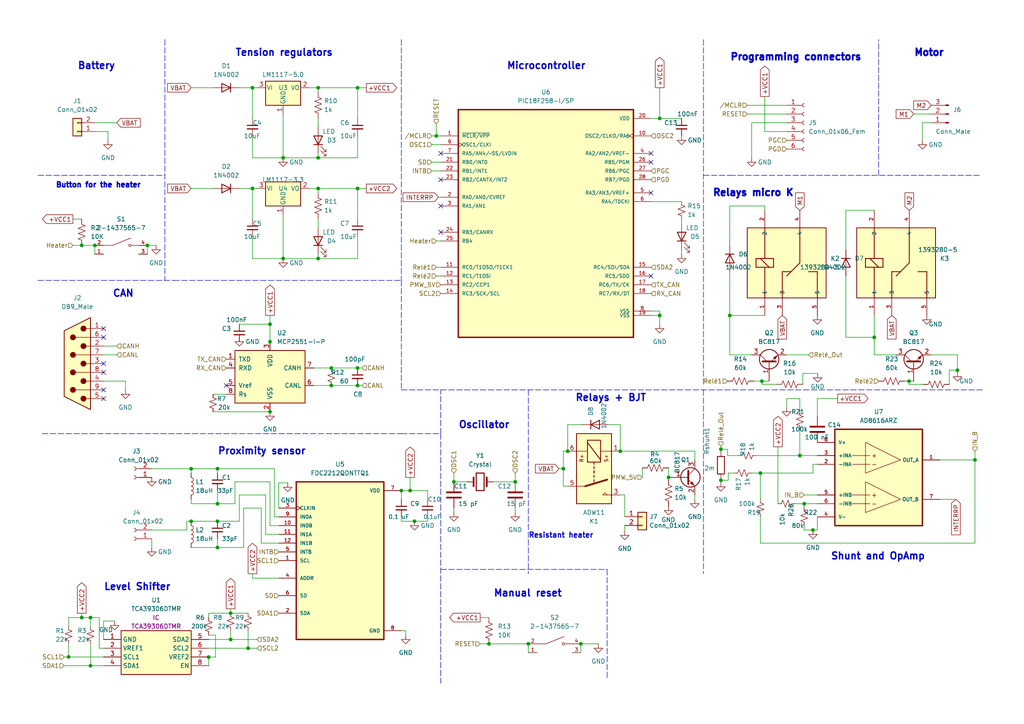
<source format=kicad_sch>
(kicad_sch (version 20211123) (generator eeschema)
  (paper "A4")
  (title_block (title "Projecte EDD: Maleter") (company "Universitat de Barcelona") (comment 1 "Bethany Quintero") (comment 2 "Jan Castillo"))
  (lib_symbols
    (symbol "BQ_library:1393280-5" (pin_names (offset 1.016))
      (property "Reference" "K" (at -10.1718 15.2577 0))
      (property "Value" "1393280-5" (at -10.1794 -15.269 0))
      (symbol "1393280-5_0_0"
        (pin passive line (at -15.24 7.62 0) (length 5.08) (name "1") (number "1"))
        (pin passive line (at 15.24 7.62 180) (length 5.08) (name "2") (number "2"))
        (pin passive line (at -15.24 2.54 0) (length 5.08) (name "3") (number "3"))
        (pin passive line (at 15.24 -2.54 180) (length 5.08) (name "4") (number "4"))
        (pin passive line (at -15.24 -7.62 0) (length 5.08) (name "5") (number "5"))
      )
    )
    (symbol "BQ_library:AD8616ARZ" (pin_names (offset 1.016))
      (property "Reference" "U6" (at 0 15.24 0))
      (property "Value" "AD8616ARZ" (at 0 12.7 0))
      (symbol "AD8616ARZ_0_0"
        (text "+" (at -1.27 -8.89 0) (effects (font (size 1.27 1.27))))
        (text "+" (at -1.27 2.54 0) (effects (font (size 1.27 1.27))))
        (text "-" (at -1.27 -11.43 0) (effects (font (size 1.27 1.27))))
        (text "-" (at -1.27 0 0) (effects (font (size 1.27 1.27))))
        (pin output line (at 17.78 1.27 180) (length 5.08) (name "OUT_A") (number "1"))
        (pin input line (at -17.78 0 0) (length 5.08) (name "-INA") (number "2"))
        (pin input line (at -17.78 2.54 0) (length 5.08) (name "+INA") (number "3"))
        (pin power_in line (at -17.78 -15.24 0) (length 5.08) (name "V-") (number "4"))
        (pin input line (at -17.78 -8.89 0) (length 5.08) (name "+INB") (number "5"))
        (pin input line (at -17.78 -11.43 0) (length 5.08) (name "-INB") (number "6"))
        (pin output line (at 17.78 -10.16 180) (length 5.08) (name "OUT_B") (number "7"))
        (pin power_in line (at -17.78 6.35 0) (length 5.08) (name "V+") (number "8"))
      )
    )
    (symbol "BQ_library:FDC2212QDNTTQ1" (pin_names (offset 1.016))
      (property "Reference" "U" (at -12.7 23.86 0))
      (property "Value" "FDC2212QDNTTQ1" (at -12.7 -26.86 0))
      (symbol "FDC2212QDNTTQ1_0_0"
        (pin input line (at -17.78 0 0) (length 5.08) (name "SCL") (number "1"))
        (pin input line (at -17.78 10.16 0) (length 5.08) (name "IN0B") (number "10"))
        (pin input line (at -17.78 7.62 0) (length 5.08) (name "IN1A") (number "11"))
        (pin input line (at -17.78 5.08 0) (length 5.08) (name "IN1B") (number "12"))
        (pin bidirectional line (at -17.78 -15.24 0) (length 5.08) (name "SDA") (number "2"))
        (pin input clock (at -17.78 15.24 0) (length 5.08) (name "CLKIN") (number "3"))
        (pin bidirectional line (at -17.78 -5.08 0) (length 5.08) (name "ADDR") (number "4"))
        (pin input line (at -17.78 2.54 0) (length 5.08) (name "INTB") (number "5"))
        (pin bidirectional line (at -17.78 -10.16 0) (length 5.08) (name "SD") (number "6"))
        (pin power_in line (at 17.78 20.32 180) (length 5.08) (name "VDD") (number "7"))
        (pin power_in line (at 17.78 -20.32 180) (length 5.08) (name "GND") (number "8"))
        (pin input line (at -17.78 12.7 0) (length 5.08) (name "IN0A") (number "9"))
      )
    )
    (symbol "BQ_library:PIC18F258-I{brace}slash}SP" (pin_names (offset 1.016))
      (property "Reference" "U5" (at 0 38.1 0))
      (property "Value" "PIC18F258-I/SP" (at 0 35.56 0))
      (symbol "PIC18F258-I{brace}slash}SP_0_0"
        (pin input line (at -30.48 25.4 0) (length 5.08) (name "~{MCLR/VPP}") (number "1"))
        (pin output clock (at 30.48 25.4 180) (length 5.08) (name "OSC2/CLKO/RA6") (number "10"))
        (pin bidirectional line (at -30.48 -12.7 0) (length 5.08) (name "RC0/T1OSO/T1CK1") (number "11"))
        (pin bidirectional line (at -30.48 -15.24 0) (length 5.08) (name "RC1/T1OSI") (number "12"))
        (pin bidirectional line (at -30.48 -17.78 0) (length 5.08) (name "RC2/CCP1") (number "13"))
        (pin bidirectional line (at -30.48 -20.32 0) (length 5.08) (name "RC3/SCK/SCL") (number "14"))
        (pin bidirectional line (at 30.48 -12.7 180) (length 5.08) (name "RC4/SDI/SDA") (number "15"))
        (pin bidirectional line (at 30.48 -15.24 180) (length 5.08) (name "RC5/SDO") (number "16"))
        (pin bidirectional line (at 30.48 -17.78 180) (length 5.08) (name "RC6/TX/CK") (number "17"))
        (pin bidirectional line (at 30.48 -20.32 180) (length 5.08) (name "RC7/RX/DT") (number "18"))
        (pin power_in line (at 30.48 -26.67 180) (length 5.08) (name "VSS") (number "19"))
        (pin bidirectional line (at -30.48 7.62 0) (length 5.08) (name "RA0/AN0/CVREF") (number "2"))
        (pin power_in line (at 30.48 30.48 180) (length 5.08) (name "VDD") (number "20"))
        (pin input line (at -30.48 17.78 0) (length 5.08) (name "RB0/INT0") (number "21"))
        (pin input line (at -30.48 15.24 0) (length 5.08) (name "RB1/INT1") (number "22"))
        (pin input line (at -30.48 12.7 0) (length 5.08) (name "RB2/CANTX/INT2") (number "23"))
        (pin bidirectional line (at -30.48 -2.54 0) (length 5.08) (name "RB3/CANRX") (number "24"))
        (pin bidirectional line (at -30.48 -5.08 0) (length 5.08) (name "RB4") (number "25"))
        (pin bidirectional line (at 30.48 17.78 180) (length 5.08) (name "RB5/PGM") (number "26"))
        (pin bidirectional line (at 30.48 15.24 180) (length 5.08) (name "RB6/PGC") (number "27"))
        (pin bidirectional line (at 30.48 12.7 180) (length 5.08) (name "RB7/PGD") (number "28"))
        (pin bidirectional line (at -30.48 5.08 0) (length 5.08) (name "RA1/AN1") (number "3"))
        (pin bidirectional line (at 30.48 20.32 180) (length 5.08) (name "RA2/AN2/VREF-") (number "4"))
        (pin bidirectional line (at 30.48 8.89 180) (length 5.08) (name "RA3/AN3/VREF+") (number "5"))
        (pin bidirectional line (at 30.48 6.35 180) (length 5.08) (name "RA4/T0CKI") (number "6"))
        (pin input line (at -30.48 20.32 0) (length 5.08) (name "RA5/AN4/~SS/LVDIN") (number "7"))
        (pin power_in line (at 30.48 -25.4 180) (length 5.08) (name "VSS") (number "8"))
        (pin input clock (at -30.48 22.86 0) (length 5.08) (name "OSC1/CLKI") (number "9"))
      )
    )
    (symbol "BQ_library:TCA39306DTMR"
      (property "Value" "TCA39306DTMR" (at 0 0 0))
      (property "Reference_1" "IC" (at 26.67 7.62 0))
      (property "Value_1" "TCA39306DTMR" (at 26.67 5.08 0))
      (symbol "TCA39306DTMR_1_1"
        (pin passive line (at 0 0 0) (length 5.08) (name "GND") (number "1"))
        (pin passive line (at 0 -2.54 0) (length 5.08) (name "VREF1") (number "2"))
        (pin passive line (at 0 -5.08 0) (length 5.08) (name "SCL1") (number "3"))
        (pin passive line (at 0 -7.62 0) (length 5.08) (name "SDA1") (number "4"))
        (pin passive line (at 30.48 0 180) (length 5.08) (name "SDA2") (number "5"))
        (pin passive line (at 30.48 -2.54 180) (length 5.08) (name "SCL2") (number "6"))
        (pin passive line (at 30.48 -5.08 180) (length 5.08) (name "VREF2") (number "7"))
        (pin passive line (at 30.48 -7.62 180) (length 5.08) (name "EN") (number "8"))
      )
    )
    (symbol "Connector:Conn_01x02_Female" (pin_names (offset 1.016) hide)
      (property "Reference" "J" (at 0 2.54 0))
      (property "Value" "Conn_01x02_Female" (at 0 -5.08 0))
      (symbol "Conn_01x02_Female_1_1"
        (pin passive line (at -5.08 0 0) (length 3.81) (name "Pin_1") (number "1"))
        (pin passive line (at -5.08 -2.54 0) (length 3.81) (name "Pin_2") (number "2"))
      )
    )
    (symbol "Connector:Conn_01x03_Male" (pin_names (offset 1.016) hide)
      (property "Reference" "J" (at 0 5.08 0))
      (property "Value" "Conn_01x03_Male" (at 0 -5.08 0))
      (symbol "Conn_01x03_Male_1_1"
        (pin passive line (at 5.08 2.54 180) (length 3.81) (name "Pin_1") (number "1"))
        (pin passive line (at 5.08 0 180) (length 3.81) (name "Pin_2") (number "2"))
        (pin passive line (at 5.08 -2.54 180) (length 3.81) (name "Pin_3") (number "3"))
      )
    )
    (symbol "Connector:Conn_01x06_Female" (pin_names (offset 1.016) hide)
      (property "Reference" "J" (at 0 7.62 0))
      (property "Value" "Conn_01x06_Female" (at 0 -10.16 0))
      (symbol "Conn_01x06_Female_1_1"
        (pin passive line (at -5.08 5.08 0) (length 3.81) (name "Pin_1") (number "1"))
        (pin passive line (at -5.08 2.54 0) (length 3.81) (name "Pin_2") (number "2"))
        (pin passive line (at -5.08 0 0) (length 3.81) (name "Pin_3") (number "3"))
        (pin passive line (at -5.08 -2.54 0) (length 3.81) (name "Pin_4") (number "4"))
        (pin passive line (at -5.08 -5.08 0) (length 3.81) (name "Pin_5") (number "5"))
        (pin passive line (at -5.08 -7.62 0) (length 3.81) (name "Pin_6") (number "6"))
      )
    )
    (symbol "Connector:DB9_Male" (pin_names (offset 1.016) hide)
      (property "Reference" "J" (at 0 13.97 0))
      (property "Value" "DB9_Male" (at 0 -14.605 0))
      (symbol "DB9_Male_1_1"
        (pin passive line (at -7.62 -10.16 0) (length 3.81) (name "1") (number "1"))
        (pin passive line (at -7.62 -5.08 0) (length 3.81) (name "2") (number "2"))
        (pin passive line (at -7.62 0 0) (length 3.81) (name "3") (number "3"))
        (pin passive line (at -7.62 5.08 0) (length 3.81) (name "4") (number "4"))
        (pin passive line (at -7.62 10.16 0) (length 3.81) (name "5") (number "5"))
        (pin passive line (at -7.62 -7.62 0) (length 3.81) (name "6") (number "6"))
        (pin passive line (at -7.62 -2.54 0) (length 3.81) (name "7") (number "7"))
        (pin passive line (at -7.62 2.54 0) (length 3.81) (name "8") (number "8"))
        (pin passive line (at -7.62 7.62 0) (length 3.81) (name "9") (number "9"))
      )
    )
    (symbol "Connector_Generic:Conn_01x02" (pin_names (offset 1.016) hide)
      (property "Reference" "J" (at 0 2.54 0))
      (property "Value" "Conn_01x02" (at 0 -5.08 0))
      (symbol "Conn_01x02_1_1"
        (pin passive line (at -5.08 0 0) (length 3.81) (name "Pin_1") (number "1"))
        (pin passive line (at -5.08 -2.54 0) (length 3.81) (name "Pin_2") (number "2"))
      )
    )
    (symbol "Device:C" (pin_numbers hide) (pin_names (offset 0.254))
      (property "Reference" "C" (at 0.635 2.54 0))
      (property "Value" "C" (at 0.635 -2.54 0))
      (symbol "C_1_1"
        (pin passive line (at 0 3.81 270) (length 2.794) (name "~") (number "1"))
        (pin passive line (at 0 -3.81 90) (length 2.794) (name "~") (number "2"))
      )
    )
    (symbol "Device:C_Small" (pin_numbers hide) (pin_names (offset 0.254) hide)
      (property "Reference" "C" (at 0.254 1.778 0))
      (property "Value" "C_Small" (at 0.254 -2.032 0))
      (symbol "C_Small_1_1"
        (pin passive line (at 0 2.54 270) (length 2.032) (name "~") (number "1"))
        (pin passive line (at 0 -2.54 90) (length 2.032) (name "~") (number "2"))
      )
    )
    (symbol "Device:Crystal" (pin_numbers hide) (pin_names (offset 1.016) hide)
      (property "Reference" "Y" (at 0 3.81 0))
      (property "Value" "Crystal" (at 0 -3.81 0))
      (symbol "Crystal_1_1"
        (pin passive line (at -3.81 0 0) (length 1.27) (name "1") (number "1"))
        (pin passive line (at 3.81 0 180) (length 1.27) (name "2") (number "2"))
      )
    )
    (symbol "Device:L" (pin_numbers hide) (pin_names (offset 1.016) hide)
      (property "Reference" "L" (at -1.27 0 90))
      (property "Value" "L" (at 1.905 0 90))
      (symbol "L_1_1"
        (pin passive line (at 0 3.81 270) (length 1.27) (name "1") (number "1"))
        (pin passive line (at 0 -3.81 90) (length 1.27) (name "2") (number "2"))
      )
    )
    (symbol "Device:LED" (pin_numbers hide) (pin_names (offset 1.016) hide)
      (property "Reference" "D" (at 0 2.54 0))
      (property "Value" "LED" (at 0 -2.54 0))
      (symbol "LED_1_1"
        (pin passive line (at -3.81 0 0) (length 2.54) (name "K") (number "1"))
        (pin passive line (at 3.81 0 180) (length 2.54) (name "A") (number "2"))
      )
    )
    (symbol "Device:R" (pin_numbers hide) (pin_names (offset 0))
      (property "Reference" "R" (at 2.032 0 90))
      (property "Value" "R" (at 0 0 90))
      (symbol "R_1_1"
        (pin passive line (at 0 3.81 270) (length 1.27) (name "~") (number "1"))
        (pin passive line (at 0 -3.81 90) (length 1.27) (name "~") (number "2"))
      )
    )
    (symbol "Device:R_Small_US" (pin_numbers hide) (pin_names (offset 0.254) hide)
      (property "Reference" "R" (at 0.762 0.508 0))
      (property "Value" "R_Small_US" (at 0.762 -1.016 0))
      (symbol "R_Small_US_1_1"
        (pin passive line (at 0 2.54 270) (length 1.016) (name "~") (number "1"))
        (pin passive line (at 0 -2.54 90) (length 1.016) (name "~") (number "2"))
      )
    )
    (symbol "Device:R_US" (pin_numbers hide) (pin_names (offset 0))
      (property "Reference" "R" (at 2.54 0 90))
      (property "Value" "R_US" (at -2.54 0 90))
      (symbol "R_US_1_1"
        (pin passive line (at 0 3.81 270) (length 1.27) (name "~") (number "1"))
        (pin passive line (at 0 -3.81 90) (length 1.27) (name "~") (number "2"))
      )
    )
    (symbol "Diode:1N4002" (pin_numbers hide) (pin_names (offset 1.016) hide)
      (property "Reference" "D" (at 0 2.54 0))
      (property "Value" "1N4002" (at 0 -2.54 0))
      (symbol "1N4002_1_1"
        (pin passive line (at -3.81 0 0) (length 2.54) (name "K") (number "1"))
        (pin passive line (at 3.81 0 180) (length 2.54) (name "A") (number "2"))
      )
    )
    (symbol "GND_1" (power) (pin_names (offset 0))
      (property "Value" "GND_1" (at 0 -3.81 0))
      (symbol "GND_1_1_1"
        (pin power_in line (at 0 0 270) (length 0) hide (name "GND") (number "1"))
      )
    )
    (symbol "GND_2" (power) (pin_names (offset 0))
      (property "Value" "GND_2" (at 0 -3.81 0))
      (symbol "GND_2_1_1"
        (pin power_in line (at 0 0 270) (length 0) hide (name "GND") (number "1"))
      )
    )
    (symbol "GND_3" (power) (pin_names (offset 0))
      (property "Value" "GND_3" (at 0 -3.81 0))
      (symbol "GND_3_1_1"
        (pin power_in line (at 0 0 270) (length 0) hide (name "GND") (number "1"))
      )
    )
    (symbol "GND_4" (power) (pin_names (offset 0))
      (property "Value" "GND_4" (at 0 -3.81 0))
      (symbol "GND_4_1_1"
        (pin power_in line (at 0 0 270) (length 0) hide (name "GND") (number "1"))
      )
    )
    (symbol "GND_5" (power) (pin_names (offset 0))
      (property "Value" "GND_5" (at 0 -3.81 0))
      (symbol "GND_5_1_1"
        (pin power_in line (at 0 0 270) (length 0) hide (name "GND") (number "1"))
      )
    )
    (symbol "Interface_CAN_LIN:MCP2551-I-P" (pin_names (offset 1.016))
      (property "Reference" "U" (at -10.16 8.89 0))
      (property "Value" "MCP2551-I-P" (at 2.54 8.89 0))
      (symbol "MCP2551-I-P_1_1"
        (pin input line (at -12.7 5.08 0) (length 2.54) (name "TXD") (number "1"))
        (pin power_in line (at 0 -10.16 90) (length 2.54) (name "VSS") (number "2"))
        (pin power_in line (at 0 10.16 270) (length 2.54) (name "VDD") (number "3"))
        (pin output line (at -12.7 2.54 0) (length 2.54) (name "RXD") (number "4"))
        (pin power_out line (at -12.7 -2.54 0) (length 2.54) (name "Vref") (number "5"))
        (pin bidirectional line (at 12.7 -2.54 180) (length 2.54) (name "CANL") (number "6"))
        (pin bidirectional line (at 12.7 2.54 180) (length 2.54) (name "CANH") (number "7"))
        (pin input line (at -12.7 -5.08 0) (length 2.54) (name "Rs") (number "8"))
      )
    )
    (symbol "Llibreria_Prac3:2-1437565-7" (pin_names (offset 1.016))
      (property "Reference" "S" (at -2.54 2.54 0))
      (property "Value" "2-1437565-7" (at -2.54 -2.54 0))
      (symbol "2-1437565-7_0_0"
        (pin passive line (at -7.62 -2.54 0) (length 2.54) (name "~") (number "1"))
        (pin passive line (at -7.62 0 0) (length 2.54) (name "~") (number "2"))
        (pin passive line (at 7.62 -2.54 180) (length 2.54) (name "~") (number "3"))
        (pin passive line (at 7.62 0 180) (length 2.54) (name "~") (number "4"))
      )
    )
    (symbol "Regulator_Linear:LM1117-3.3" (pin_names (offset 0.254))
      (property "Reference" "U" (at -3.81 3.175 0))
      (property "Value" "LM1117-3.3" (at 0 3.175 0))
      (symbol "LM1117-3.3_1_1"
        (pin power_in line (at 0 -7.62 90) (length 2.54) (name "GND") (number "1"))
        (pin power_out line (at 7.62 0 180) (length 2.54) (name "VO") (number "2"))
        (pin power_in line (at -7.62 0 0) (length 2.54) (name "VI") (number "3"))
      )
    )
    (symbol "Regulator_Linear:LM1117-5.0" (pin_names (offset 0.254))
      (property "Reference" "U" (at -3.81 3.175 0))
      (property "Value" "LM1117-5.0" (at 0 3.175 0))
      (symbol "LM1117-5.0_1_1"
        (pin power_in line (at 0 -7.62 90) (length 2.54) (name "GND") (number "1"))
        (pin power_out line (at 7.62 0 180) (length 2.54) (name "VO") (number "2"))
        (pin power_in line (at -7.62 0 0) (length 2.54) (name "VI") (number "3"))
      )
    )
    (symbol "Relay:ADW11"
      (property "Reference" "K" (at 11.43 3.81 0))
      (property "Value" "ADW11" (at 13.97 1.27 0))
      (symbol "ADW11_1_1"
        (text "R+" (at -3.048 -3.556 0) (effects (font (size 1.016 1.016))))
        (text "S+" (at -3.048 3.556 0) (effects (font (size 1.016 1.016))))
        (pin passive line (at -5.08 7.62 270) (length 2.54) (name "~") (number "1"))
        (pin passive line (at 7.62 7.62 270) (length 2.54) (name "~") (number "3"))
        (pin passive line (at 5.08 -7.62 90) (length 2.54) (name "~") (number "5"))
        (pin passive line (at -5.08 -7.62 90) (length 2.54) (name "~") (number "6"))
      )
    )
    (symbol "Transistor_BJT:BC817" (pin_names (offset 0) hide)
      (property "Reference" "Q" (at 5.08 1.905 0))
      (property "Value" "BC817" (at 5.08 0 0))
      (symbol "BC817_1_1"
        (pin input line (at -5.08 0 0) (length 5.715) (name "B") (number "1"))
        (pin passive line (at 2.54 -5.08 90) (length 2.54) (name "E") (number "2"))
        (pin passive line (at 2.54 5.08 270) (length 2.54) (name "C") (number "3"))
      )
    )
    (symbol "power:GND" (power) (pin_names (offset 0))
      (property "Value" "GND" (at 0 -3.81 0))
      (symbol "GND_1_1"
        (pin power_in line (at 0 0 270) (length 0) hide (name "GND") (number "1"))
      )
    )
  )
  (junction (at 233.2482 146.1008))
  (junction (at 126.5428 39.4208))
  (junction (at 153.2382 186.7408))
  (junction (at 55.4482 151.1808))
  (junction (at 277.6982 107.3658))
  (junction (at 73.2282 25.4508))
  (junction (at 63.0682 158.8008))
  (junction (at 96.0882 106.7308))
  (junction (at 211.6582 91.4908))
  (junction (at 66.8782 177.8508))
  (junction (at 116.4082 142.2908))
  (junction (at 220.5482 137.2108))
  (junction (at 82.1182 74.9808))
  (junction (at 82.1182 45.7708))
  (junction (at 42.7482 71.1708))
  (junction (at 118.9482 142.2908))
  (junction (at 141.8082 186.7408))
  (junction (at 92.2782 54.6608))
  (junction (at 63.0682 151.1808))
  (junction (at 131.6482 139.7508))
  (junction (at 179.9082 130.8608))
  (junction (at 209.0928 139.2936))
  (junction (at 96.0882 111.8108))
  (junction (at 27.5082 71.1708))
  (junction (at 78.3082 99.1108))
  (junction (at 103.7082 54.6608))
  (junction (at 120.2182 151.1808))
  (junction (at 149.4282 139.7508))
  (junction (at 168.4782 186.7408))
  (junction (at 23.6982 71.1708))
  (junction (at 103.7082 111.8108))
  (junction (at 103.7082 106.7308))
  (junction (at 164.6682 130.8608))
  (junction (at 63.0682 135.9408))
  (junction (at 78.3082 119.4308))
  (junction (at 263.652 110.5408))
  (junction (at 103.7082 25.4508))
  (junction (at 209.0928 130.302))
  (junction (at 235.7882 153.7208))
  (junction (at 282.7782 133.4008))
  (junction (at 220.98 110.5408))
  (junction (at 63.0682 146.1008))
  (junction (at 19.8882 190.5508))
  (junction (at 78.3082 94.0308))
  (junction (at 23.6982 179.1208))
  (junction (at 60.5282 190.5762))
  (junction (at 191.3382 34.3408))
  (junction (at 71.9582 188.0108))
  (junction (at 163.3982 135.9408))
  (junction (at 92.2782 74.9808))
  (junction (at 26.2382 193.0908))
  (junction (at 253.5682 97.8408))
  (junction (at 92.2782 25.4508))
  (junction (at 191.3382 91.4908))
  (junction (at 193.9036 138.4554))
  (junction (at 92.2782 45.7708))
  (junction (at 231.9782 132.1308))
  (junction (at 26.2382 179.1208))
  (junction (at 55.4482 135.9408))
  (junction (at 73.2282 54.6608))
  (junction (at 66.8782 185.4708))
  (no_connect (at 30.0482 105.4608))
  (no_connect (at 127.8382 59.7408))
  (no_connect (at 188.7982 55.9308))
  (no_connect (at 30.0482 113.0808))
  (no_connect (at 30.0482 97.8408))
  (no_connect (at 127.8382 44.5008))
  (no_connect (at 30.0482 95.3008))
  (no_connect (at 127.8382 52.1208))
  (no_connect (at 188.7982 44.5008))
  (no_connect (at 65.6082 111.8108))
  (no_connect (at 127.8382 67.3608))
  (no_connect (at 30.0482 115.6208))
  (no_connect (at 30.0482 108.0008))
  (no_connect (at 188.7982 80.0608))
  (no_connect (at 188.7982 47.0408))
  (wire (pts (xy 282.7782 130.8608) (xy 282.7782 133.4008)))
  (wire (pts (xy 181.2036 154.0002) (xy 181.2036 152.4)))
  (polyline (pts (xy 204.0382 113.0808) (xy 204.0382 166.4208)))
  (wire (pts (xy 103.7082 34.3408) (xy 103.7082 25.4508)))
  (wire (pts (xy 79.5782 149.9108) (xy 80.8482 149.9108)))
  (wire (pts (xy 126.5682 80.0608) (xy 127.8382 80.0608)))
  (wire (pts (xy 28.7782 179.1208) (xy 26.2382 179.1208)))
  (wire (pts (xy 233.2482 146.1008) (xy 233.2482 147.3708)))
  (wire (pts (xy 78.3082 94.0308) (xy 78.3082 99.1108)))
  (wire (pts (xy 164.6682 130.8608) (xy 163.3982 130.8608)))
  (wire (pts (xy 235.7882 134.6708) (xy 237.0582 134.6708)))
  (wire (pts (xy 124.0282 142.2908) (xy 124.0282 144.8308)))
  (polyline (pts (xy 254.8382 50.8508) (xy 254.8382 11.4808)))
  (wire (pts (xy 63.0682 158.8008) (xy 70.6882 158.8008)))
  (wire (pts (xy 36.3982 110.5408) (xy 36.3982 113.0808)))
  (wire (pts (xy 73.2282 167.6908) (xy 80.8482 167.6908)))
  (wire (pts (xy 116.4082 182.9308) (xy 117.6782 182.9308)))
  (wire (pts (xy 66.8782 185.4708) (xy 74.4982 185.4708)))
  (wire (pts (xy 209.0928 129.3876) (xy 209.0928 130.302)))
  (wire (pts (xy 103.7082 63.5508) (xy 103.7082 54.6608)))
  (wire (pts (xy 188.7982 34.3408) (xy 191.3382 34.3408)))
  (wire (pts (xy 235.7882 153.7208) (xy 237.0582 153.7208)))
  (wire (pts (xy 103.7082 106.7308) (xy 104.9782 106.7308)))
  (wire (pts (xy 103.7082 25.4508) (xy 106.2482 25.4508)))
  (wire (pts (xy 116.4082 142.2908) (xy 118.9482 142.2908)))
  (wire (pts (xy 179.9082 130.8608) (xy 201.5236 130.8354)))
  (wire (pts (xy 28.7782 188.0108) (xy 28.7782 179.1208)))
  (wire (pts (xy 73.2282 45.7708) (xy 82.1182 45.7708)))
  (wire (pts (xy 69.4182 94.0308) (xy 78.3082 94.0308)))
  (wire (pts (xy 21.1582 63.5508) (xy 23.6982 63.5508)))
  (wire (pts (xy 73.2282 25.4508) (xy 73.2282 34.3408)))
  (wire (pts (xy 55.4482 54.6608) (xy 61.7982 54.6608)))
  (wire (pts (xy 275.336 111.4806) (xy 275.336 107.3658)))
  (wire (pts (xy 66.8782 182.9308) (xy 66.8782 185.4708)))
  (wire (pts (xy 63.0682 156.2608) (xy 63.0682 158.8008)))
  (wire (pts (xy 228.1682 115.6208) (xy 228.1682 118.1608)))
  (wire (pts (xy 69.4182 25.4508) (xy 73.2282 25.4508)))
  (wire (pts (xy 60.5282 190.5508) (xy 60.5282 190.5762)))
  (wire (pts (xy 220.5482 157.5308) (xy 220.5482 149.9108)))
  (wire (pts (xy 201.5236 130.8354) (xy 201.5236 133.3754)))
  (wire (pts (xy 219.2782 132.1308) (xy 231.9782 132.1308)))
  (wire (pts (xy 168.4782 186.7408) (xy 168.4782 189.2808)))
  (wire (pts (xy 69.4182 143.5608) (xy 69.4182 151.1808)))
  (wire (pts (xy 216.7382 30.5308) (xy 228.1682 30.5308)))
  (wire (pts (xy 218.0082 35.6108) (xy 228.1682 35.6108)))
  (wire (pts (xy 211.0232 132.1308) (xy 214.1982 132.1308)))
  (wire (pts (xy 44.0182 153.7208) (xy 54.1782 153.7208)))
  (wire (pts (xy 92.2782 25.4508) (xy 103.7082 25.4508)))
  (polyline (pts (xy 127.8382 165.1508) (xy 176.0982 165.1508)))
  (wire (pts (xy 139.2682 186.7408) (xy 141.8082 186.7408)))
  (polyline (pts (xy 116.4082 125.7808) (xy 127.8382 125.7808)))
  (wire (pts (xy 92.2782 34.3408) (xy 92.2782 36.8808)))
  (wire (pts (xy 60.5282 190.5762) (xy 62.5094 190.5762)))
  (wire (pts (xy 116.4082 149.9108) (xy 116.4082 151.1808)))
  (wire (pts (xy 63.0682 142.2908) (xy 63.0682 146.1008)))
  (wire (pts (xy 211.0232 130.302) (xy 209.0928 130.302)))
  (wire (pts (xy 164.6682 123.1646) (xy 164.6682 130.8608)))
  (wire (pts (xy 191.3382 90.2208) (xy 191.3382 91.4908)))
  (wire (pts (xy 235.7882 137.2108) (xy 235.7882 134.6708)))
  (wire (pts (xy 233.2482 152.4508) (xy 233.2482 153.7208)))
  (wire (pts (xy 188.7982 91.4908) (xy 191.3382 91.4908)))
  (wire (pts (xy 275.336 107.3658) (xy 277.6982 107.3658)))
  (wire (pts (xy 126.5682 77.5208) (xy 127.8382 77.5208)))
  (wire (pts (xy 69.4182 143.5608) (xy 77.0382 143.5608)))
  (polyline (pts (xy 116.4082 81.3308) (xy 116.4082 81.3308)))
  (wire (pts (xy 68.1482 139.7508) (xy 68.1482 146.1008)))
  (wire (pts (xy 63.0682 135.9408) (xy 63.0682 137.2108)))
  (wire (pts (xy 70.6882 147.3708) (xy 70.6882 158.8008)))
  (wire (pts (xy 92.2782 54.6608) (xy 103.7082 54.6608)))
  (wire (pts (xy 103.7082 39.4208) (xy 103.7082 45.7708)))
  (wire (pts (xy 80.8482 147.3708) (xy 80.8482 140.0556)))
  (wire (pts (xy 245.3386 80.0354) (xy 245.3386 97.8154)))
  (wire (pts (xy 220.5482 157.5308) (xy 282.7782 157.5308)))
  (wire (pts (xy 60.5282 177.8508) (xy 66.8782 177.8508)))
  (polyline (pts (xy 12.2682 125.7808) (xy 116.4082 125.7808)))
  (wire (pts (xy 23.6982 71.1708) (xy 27.5082 71.1708)))
  (wire (pts (xy 55.4482 25.4508) (xy 61.7982 25.4508)))
  (polyline (pts (xy 204.0382 11.4808) (xy 204.0382 111.8108)))
  (wire (pts (xy 253.5682 91.4908) (xy 253.5682 97.8408)))
  (wire (pts (xy 272.6182 144.8308) (xy 277.241 144.8308)))
  (wire (pts (xy 68.1482 139.7508) (xy 78.3082 139.7508)))
  (wire (pts (xy 193.9036 138.4554) (xy 193.9036 139.192)))
  (wire (pts (xy 118.9482 142.2908) (xy 124.0282 142.2908)))
  (wire (pts (xy 126.5428 35.8902) (xy 126.5428 39.4208)))
  (wire (pts (xy 26.2382 179.1208) (xy 23.6982 179.1208)))
  (wire (pts (xy 62.5094 184.2008) (xy 60.5282 184.2008)))
  (wire (pts (xy 218.0082 102.9208) (xy 211.6582 102.9208)))
  (wire (pts (xy 92.2782 54.6608) (xy 92.2782 55.9308)))
  (wire (pts (xy 73.2282 39.4208) (xy 73.2282 45.7708)))
  (wire (pts (xy 179.9082 143.5608) (xy 181.1782 143.5608)))
  (wire (pts (xy 237.0582 149.9108) (xy 237.0582 153.7208)))
  (wire (pts (xy 55.4482 146.1008) (xy 63.0682 146.1008)))
  (wire (pts (xy 44.0182 135.9408) (xy 55.4482 135.9408)))
  (wire (pts (xy 225.6282 129.5908) (xy 225.6282 146.1008)))
  (wire (pts (xy 19.8882 186.7408) (xy 19.8882 190.5508)))
  (wire (pts (xy 211.6582 59.7408) (xy 221.8182 59.7408)))
  (wire (pts (xy 55.4482 135.9408) (xy 55.4482 137.2108)))
  (wire (pts (xy 92.2782 74.9808) (xy 103.7082 74.9808)))
  (wire (pts (xy 231.9782 132.1308) (xy 237.0582 132.1308)))
  (wire (pts (xy 116.4082 142.2908) (xy 116.4082 144.8308)))
  (wire (pts (xy 220.5482 137.2108) (xy 220.5482 144.8308)))
  (wire (pts (xy 173.5582 186.7408) (xy 168.4782 186.7408)))
  (wire (pts (xy 126.5682 69.9008) (xy 127.8382 69.9008)))
  (wire (pts (xy 212.9282 137.2108) (xy 211.2264 137.2108)))
  (wire (pts (xy 211.6582 78.7908) (xy 211.6582 91.4908)))
  (wire (pts (xy 220.98 110.5408) (xy 223.0882 110.5408)))
  (wire (pts (xy 228.1682 115.6208) (xy 231.9782 115.6208)))
  (wire (pts (xy 103.7082 54.6608) (xy 106.2482 54.6608)))
  (polyline (pts (xy 116.4082 113.0808) (xy 116.4082 113.0808)))
  (polyline (pts (xy 10.9982 50.8508) (xy 47.8282 50.8508)))
  (wire (pts (xy 209.0928 139.2936) (xy 209.0928 138.7348)))
  (wire (pts (xy 73.2282 54.6608) (xy 74.4982 54.6608)))
  (wire (pts (xy 96.0882 106.7308) (xy 103.7082 106.7308)))
  (wire (pts (xy 27.5082 35.6108) (xy 33.8582 35.6108)))
  (wire (pts (xy 232.8418 108.3056) (xy 237.1598 108.3056)))
  (wire (pts (xy 267.716 111.4806) (xy 263.652 111.4806)))
  (wire (pts (xy 253.5682 97.8408) (xy 253.5682 102.9208)))
  (wire (pts (xy 233.2482 146.1008) (xy 237.0582 146.1008)))
  (wire (pts (xy 75.7682 157.5308) (xy 80.8482 157.5308)))
  (wire (pts (xy 124.0282 149.9108) (xy 124.0282 151.1808)))
  (wire (pts (xy 220.98 111.4552) (xy 220.98 110.5408)))
  (wire (pts (xy 232.8418 111.4552) (xy 232.8418 108.3056)))
  (wire (pts (xy 163.3982 135.9408) (xy 163.3982 130.8608)))
  (wire (pts (xy 42.7482 71.1708) (xy 42.7482 73.7108)))
  (wire (pts (xy 191.3382 91.4908) (xy 191.3382 94.0308)))
  (wire (pts (xy 103.7082 68.6308) (xy 103.7082 74.9808)))
  (wire (pts (xy 82.1182 45.7708) (xy 92.2782 45.7708)))
  (wire (pts (xy 92.2782 45.7708) (xy 103.7082 45.7708)))
  (wire (pts (xy 164.6682 141.0208) (xy 163.3982 141.0208)))
  (wire (pts (xy 18.6182 193.0908) (xy 26.2382 193.0908)))
  (wire (pts (xy 126.5428 39.4208) (xy 127.8382 39.4208)))
  (polyline (pts (xy 116.4082 11.4808) (xy 116.4082 81.3308)))
  (wire (pts (xy 82.1182 33.0708) (xy 82.1182 45.7708)))
  (wire (pts (xy 78.3082 139.7508) (xy 78.3082 152.4508)))
  (wire (pts (xy 73.2282 166.4208) (xy 73.2282 167.6908)))
  (wire (pts (xy 270.0782 35.6108) (xy 267.5382 35.6108)))
  (wire (pts (xy 27.5082 38.1508) (xy 31.3182 38.1508)))
  (wire (pts (xy 26.2382 186.7408) (xy 26.2382 193.0908)))
  (wire (pts (xy 62.5094 190.5762) (xy 62.5094 184.2008)))
  (polyline (pts (xy 47.8282 11.4808) (xy 47.8282 81.3308)))
  (wire (pts (xy 69.4182 54.6608) (xy 73.2282 54.6608)))
  (wire (pts (xy 220.5482 137.2108) (xy 235.7882 137.2108)))
  (wire (pts (xy 55.4482 135.9408) (xy 63.0682 135.9408)))
  (wire (pts (xy 18.6182 190.5508) (xy 19.8882 190.5508)))
  (polyline (pts (xy 116.4082 81.3308) (xy 116.4082 113.0808)))
  (polyline (pts (xy 153.2382 113.0808) (xy 153.2382 166.4208)))
  (polyline (pts (xy 176.0982 165.1508) (xy 176.0982 196.9008)))
  (wire (pts (xy 233.2482 153.7208) (xy 235.7882 153.7208)))
  (wire (pts (xy 211.2264 139.2936) (xy 209.0928 139.2936)))
  (wire (pts (xy 104.9782 111.8108) (xy 103.7082 111.8108)))
  (polyline (pts (xy 211.6582 50.8508) (xy 266.2682 50.8508)))
  (wire (pts (xy 44.0182 156.2608) (xy 44.0182 158.8008)))
  (wire (pts (xy 211.0232 132.1308) (xy 211.0232 130.302)))
  (wire (pts (xy 55.4482 144.8308) (xy 55.4482 146.1008)))
  (wire (pts (xy 221.8182 38.1508) (xy 221.8182 27.9908)))
  (wire (pts (xy 272.6182 133.4008) (xy 282.7782 133.4008)))
  (wire (pts (xy 143.0782 139.7508) (xy 149.4282 139.7508)))
  (wire (pts (xy 60.5282 190.5762) (xy 60.5282 193.0908)))
  (wire (pts (xy 245.3386 97.8154) (xy 253.5682 97.8408)))
  (wire (pts (xy 168.8084 123.1646) (xy 164.6682 123.1646)))
  (wire (pts (xy 78.3082 91.4908) (xy 78.3082 94.0308)))
  (wire (pts (xy 131.6482 139.7508) (xy 135.4582 139.7508)))
  (polyline (pts (xy 284.0482 50.8508) (xy 266.2682 50.8508)))
  (wire (pts (xy 89.7382 54.6608) (xy 92.2782 54.6608)))
  (wire (pts (xy 92.2782 44.5008) (xy 92.2782 45.7708)))
  (polyline (pts (xy 127.8382 125.7808) (xy 127.8382 113.0808)))
  (wire (pts (xy 277.6982 102.9208) (xy 277.6982 107.3658)))
  (wire (pts (xy 79.5782 135.9408) (xy 79.5782 149.9108)))
  (wire (pts (xy 233.2482 143.5608) (xy 237.0582 143.5608)))
  (wire (pts (xy 282.7782 157.5308) (xy 282.7782 133.4008)))
  (wire (pts (xy 71.9582 188.0108) (xy 74.4982 188.0108)))
  (polyline (pts (xy 204.0382 50.8508) (xy 211.6582 50.8508)))
  (wire (pts (xy 63.0682 151.1808) (xy 69.4182 151.1808)))
  (wire (pts (xy 80.8482 140.0556) (xy 83.4644 140.0556)))
  (wire (pts (xy 237.0582 115.57) (xy 242.951 115.57)))
  (wire (pts (xy 267.5382 35.6108) (xy 267.5382 40.6908)))
  (wire (pts (xy 176.4284 123.1646) (xy 179.9082 123.1646)))
  (wire (pts (xy 66.8782 177.8508) (xy 71.9582 177.8508)))
  (wire (pts (xy 228.1682 102.9208) (xy 234.5182 102.9208)))
  (wire (pts (xy 209.0928 139.9286) (xy 209.0928 139.2936)))
  (wire (pts (xy 211.6582 102.9208) (xy 211.6582 91.4908)))
  (wire (pts (xy 28.7782 188.0108) (xy 30.0482 188.0108)))
  (wire (pts (xy 117.6782 182.9308) (xy 117.6782 184.2008)))
  (wire (pts (xy 125.2982 39.4208) (xy 126.5428 39.4208)))
  (wire (pts (xy 211.6582 71.1708) (xy 211.6582 59.7408)))
  (wire (pts (xy 27.5082 71.1708) (xy 27.5082 73.7108)))
  (wire (pts (xy 191.3382 34.3408) (xy 197.6882 34.3408)))
  (wire (pts (xy 19.8882 181.6608) (xy 19.8882 179.1208)))
  (wire (pts (xy 92.2782 25.4508) (xy 92.2782 26.7208)))
  (wire (pts (xy 163.3982 135.9408) (xy 162.1282 135.9408)))
  (wire (pts (xy 127.1778 57.2008) (xy 127.8382 57.2008)))
  (wire (pts (xy 70.6882 147.3708) (xy 75.7682 147.3708)))
  (wire (pts (xy 131.6482 147.3708) (xy 131.6482 148.6408)))
  (wire (pts (xy 69.4182 99.1108) (xy 69.4182 97.8408)))
  (wire (pts (xy 30.0482 180.1368) (xy 33.274 180.1368)))
  (wire (pts (xy 91.0082 111.8108) (xy 96.0882 111.8108)))
  (wire (pts (xy 263.652 111.4806) (xy 263.652 110.5408)))
  (polyline (pts (xy 116.4082 113.0808) (xy 285.3182 113.0808)))
  (wire (pts (xy 218.0082 45.7708) (xy 218.0082 35.6108)))
  (wire (pts (xy 228.1682 38.1508) (xy 221.8182 38.1508)))
  (wire (pts (xy 75.7682 147.3708) (xy 75.7682 157.5308)))
  (wire (pts (xy 26.2382 193.0908) (xy 30.0482 193.0908)))
  (wire (pts (xy 149.4282 147.3708) (xy 149.4282 148.6408)))
  (wire (pts (xy 54.1782 153.7208) (xy 54.1782 151.1808)))
  (wire (pts (xy 73.2282 25.4508) (xy 74.4982 25.4508)))
  (wire (pts (xy 23.6982 179.1208) (xy 23.6982 177.8508)))
  (wire (pts (xy 277.6982 107.3658) (xy 277.6982 108.0008)))
  (wire (pts (xy 197.6882 63.5508) (xy 197.6882 64.8208)))
  (wire (pts (xy 73.2282 74.9808) (xy 82.1182 74.9808)))
  (polyline (pts (xy 10.9982 81.3308) (xy 50.3682 81.3308)))
  (wire (pts (xy 245.3386 61.0108) (xy 253.5682 61.0108)))
  (wire (pts (xy 60.5282 185.4708) (xy 66.8782 185.4708)))
  (wire (pts (xy 191.3382 25.4508) (xy 191.3382 34.3408)))
  (wire (pts (xy 66.8782 176.5808) (xy 66.8782 177.8508)))
  (wire (pts (xy 61.7982 119.4308) (xy 78.3082 119.4308)))
  (wire (pts (xy 82.1182 74.9808) (xy 92.2782 74.9808)))
  (wire (pts (xy 201.5236 143.5354) (xy 201.5236 144.8054)))
  (wire (pts (xy 230.7082 146.1008) (xy 233.2482 146.1008)))
  (wire (pts (xy 73.2282 54.6608) (xy 73.2282 63.5508)))
  (wire (pts (xy 60.5282 177.8508) (xy 60.5282 179.1208)))
  (wire (pts (xy 139.2682 179.1208) (xy 141.8082 179.1208)))
  (wire (pts (xy 125.2982 41.9608) (xy 127.8382 41.9608)))
  (wire (pts (xy 188.7982 58.4708) (xy 197.6882 58.4708)))
  (wire (pts (xy 141.8082 186.7408) (xy 153.2382 186.7408)))
  (wire (pts (xy 188.7982 90.2208) (xy 191.3382 90.2208)))
  (wire (pts (xy 19.8882 179.1208) (xy 23.6982 179.1208)))
  (wire (pts (xy 92.2782 73.7108) (xy 92.2782 74.9808)))
  (wire (pts (xy 26.2382 179.1208) (xy 26.2382 181.6608)))
  (wire (pts (xy 30.0482 185.4708) (xy 30.0482 180.1368)))
  (wire (pts (xy 149.4282 137.2108) (xy 149.4282 139.7508)))
  (wire (pts (xy 216.7382 33.0708) (xy 228.1682 33.0708)))
  (wire (pts (xy 89.7382 25.4508) (xy 92.2782 25.4508)))
  (wire (pts (xy 45.2882 71.1708) (xy 42.7482 71.1708)))
  (wire (pts (xy 96.0882 111.8108) (xy 103.7082 111.8108)))
  (wire (pts (xy 91.0082 106.7308) (xy 96.0882 106.7308)))
  (wire (pts (xy 153.2382 186.7408) (xy 153.2382 189.2808)))
  (polyline (pts (xy 50.3682 81.3308) (xy 116.4082 81.3308)))
  (wire (pts (xy 253.5682 102.9208) (xy 259.9182 102.9208)))
  (wire (pts (xy 73.2282 68.6308) (xy 73.2282 74.9808)))
  (wire (pts (xy 211.2264 137.2108) (xy 211.2264 139.2936)))
  (wire (pts (xy 125.2982 49.5808) (xy 127.8382 49.5808)))
  (wire (pts (xy 221.8182 91.4908) (xy 211.6582 91.4908)))
  (wire (pts (xy 231.9782 124.5108) (xy 231.9782 132.1308)))
  (wire (pts (xy 21.1582 71.1708) (xy 23.6982 71.1708)))
  (wire (pts (xy 82.1182 62.2808) (xy 82.1182 74.9808)))
  (polyline (pts (xy 127.8382 125.7808) (xy 127.8382 198.1708)))
  (wire (pts (xy 125.2982 47.0408) (xy 127.8382 47.0408)))
  (wire (pts (xy 186.2836 135.7122) (xy 186.2836 138.4554)))
  (wire (pts (xy 118.9482 138.4808) (xy 118.9482 142.2908)))
  (wire (pts (xy 55.4482 158.8008) (xy 63.0682 158.8008)))
  (wire (pts (xy 193.9036 135.7122) (xy 193.9036 138.4554)))
  (wire (pts (xy 60.5282 188.0108) (xy 71.9582 188.0108)))
  (wire (pts (xy 218.567 110.5408) (xy 220.98 110.5408)))
  (wire (pts (xy 77.0382 154.9908) (xy 80.8482 154.9908)))
  (wire (pts (xy 65.6082 114.3508) (xy 61.7982 114.3508)))
  (wire (pts (xy 181.1782 143.5608) (xy 181.2036 149.86)))
  (wire (pts (xy 54.1782 151.1808) (xy 55.4482 151.1808)))
  (wire (pts (xy 116.4082 151.1808) (xy 120.2182 151.1808)))
  (wire (pts (xy 33.8582 100.3808) (xy 30.0482 100.3808)))
  (wire (pts (xy 120.2182 151.1808) (xy 124.0282 151.1808)))
  (wire (pts (xy 77.0382 143.5608) (xy 77.0382 154.9908)))
  (wire (pts (xy 237.0582 120.7008) (xy 237.0582 115.57)))
  (wire (pts (xy 264.9982 33.0708) (xy 270.0782 33.0708)))
  (wire (pts (xy 245.3386 72.4154) (xy 245.3386 61.0108)))
  (wire (pts (xy 30.0482 110.5408) (xy 36.3982 110.5408)))
  (wire (pts (xy 131.6482 137.2108) (xy 131.6482 139.7508)))
  (wire (pts (xy 263.652 110.5408) (xy 264.9982 110.5408)))
  (wire (pts (xy 71.9582 182.9308) (xy 71.9582 188.0108)))
  (wire (pts (xy 197.6882 72.4408) (xy 197.6882 73.7108)))
  (wire (pts (xy 63.0682 135.9408) (xy 79.5782 135.9408)))
  (wire (pts (xy 31.3182 38.1508) (xy 31.3182 40.6908)))
  (wire (pts (xy 231.9782 119.4308) (xy 231.9782 115.6208)))
  (wire (pts (xy 218.0082 137.2108) (xy 220.5482 137.2108)))
  (wire (pts (xy 55.4482 151.1808) (xy 63.0682 151.1808)))
  (wire (pts (xy 179.9082 123.1646) (xy 179.9082 130.8608)))
  (wire (pts (xy 92.2782 63.5508) (xy 92.2782 66.0908)))
  (wire (pts (xy 33.8582 102.9208) (xy 30.0482 102.9208)))
  (wire (pts (xy 163.3982 141.0208) (xy 163.3982 135.9408)))
  (wire (pts (xy 68.1482 146.1008) (xy 63.0682 146.1008)))
  (wire (pts (xy 209.0928 130.302) (xy 209.0928 131.1148)))
  (wire (pts (xy 19.8882 190.5508) (xy 30.0482 190.5508)))
  (wire (pts (xy 270.0782 102.9208) (xy 277.6982 102.9208)))
  (wire (pts (xy 78.3082 99.1108) (xy 78.3082 100.3808)))
  (wire (pts (xy 78.3082 152.4508) (xy 80.8482 152.4508)))
  (wire (pts (xy 262.4582 110.5408) (xy 263.652 110.5408)))
  (wire (pts (xy 221.8182 59.7408) (xy 221.8182 61.0108)))
  (wire (pts (xy 225.2218 111.4552) (xy 220.98 111.4552)))
  (text "CAN\n" (at 32.5882 86.4108 0) (effects (font (size 2 2) (thickness 0.4) bold) (justify left bottom)))
  (text "Tension regulators" (at 68.1482 16.5608 0) (effects (font (size 2 2) (thickness 0.4) bold) (justify left bottom)))
  (text "Button for the heater" (at 16.0782 54.6608 0) (effects (font (size 1.5 1.5) (thickness 0.4) bold) (justify left bottom)))
  (text "Level Shifter" (at 30.0482 171.5008 0) (effects (font (size 2 2) (thickness 0.4) bold) (justify left bottom)))
  (text "Motor\n" (at 264.9982 16.5608 0) (effects (font (size 2 2) (thickness 0.6) bold) (justify left bottom)))
  (text "Programming connectors" (at 211.6582 17.8308 0) (effects (font (size 2 2) (thickness 0.6) bold) (justify left bottom)))
  (text "Battery" (at 22.4282 20.3708 0) (effects (font (size 2 2) (thickness 0.4) bold) (justify left bottom)))
  (text "Relays + BJT\n" (at 166.7764 116.6622 0) (effects (font (size 2 2) (thickness 0.4) bold) (justify left bottom)))
  (text "Shunt and OpAmp\n" (at 240.8682 162.6108 0) (effects (font (size 2 2) (thickness 0.4) bold) (justify left bottom)))
  (text "Manual reset\n\n" (at 143.0782 176.5808 0) (effects (font (size 2 2) (thickness 0.4) bold) (justify left bottom)))
  (text "Relays micro K" (at 206.5782 57.2008 0) (effects (font (size 2 2) (thickness 0.6) bold) (justify left bottom)))
  (text "Oscillator\n" (at 132.9182 124.5108 0) (effects (font (size 2 2) (thickness 0.4) bold) (justify left bottom)))
  (text "Microcontroller" (at 146.8882 20.3708 0) (effects (font (size 2 2) (thickness 0.4) bold) (justify left bottom)))
  (text "Proximity sensor\n" (at 63.0682 132.1308 0) (effects (font (size 2 2) (thickness 0.4) bold) (justify left bottom)))
  (text "Resistant heater" (at 153.2382 156.2608 0) (effects (font (size 1.5 1.5) (thickness 0.3) bold) (justify left bottom)))
  (global_label "M2" (shape input) (at 270.0782 30.5308 180) (property "Intersheet References" "${INTERSHEET_REFS}" (effects hide)))
  (global_label "+VCC1" (shape output) (at 21.1582 63.5508 180) (property "Intersheet References" "${INTERSHEET_REFS}" (effects hide)))
  (global_label "INTERRP" (shape input) (at 127.1778 57.2008 180) (property "Intersheet References" "${INTERSHEET_REFS}" (effects hide)))
  (global_label "+VCC1" (shape output) (at 221.8182 27.9908 90) (property "Intersheet References" "${INTERSHEET_REFS}" (effects hide)))
  (global_label "+VCC1" (shape output) (at 242.951 115.57 0) (property "Intersheet References" "${INTERSHEET_REFS}" (effects hide)))
  (global_label "+VCC2" (shape output) (at 73.2282 166.4208 90) (property "Intersheet References" "${INTERSHEET_REFS}" (effects hide)))
  (global_label "VBAT" (shape input) (at 226.8982 91.4908 270) (property "Intersheet References" "${INTERSHEET_REFS}" (effects hide)))
  (global_label "VBAT" (shape input) (at 162.1282 135.9408 180) (property "Intersheet References" "${INTERSHEET_REFS}" (effects hide)))
  (global_label "VBAT" (shape input) (at 55.4482 25.4508 180) (property "Intersheet References" "${INTERSHEET_REFS}" (effects hide)))
  (global_label "INTERRP" (shape input) (at 277.241 144.8308 270) (property "Intersheet References" "${INTERSHEET_REFS}" (effects hide)))
  (global_label "VBAT" (shape input) (at 258.6482 91.4908 270) (property "Intersheet References" "${INTERSHEET_REFS}" (effects hide)))
  (global_label "+VCC1" (shape output) (at 139.2682 179.1208 180) (property "Intersheet References" "${INTERSHEET_REFS}" (effects hide)))
  (global_label "M2" (shape input) (at 263.7282 61.0108 90) (property "Intersheet References" "${INTERSHEET_REFS}" (effects hide)))
  (global_label "M1" (shape input) (at 264.9982 33.0708 180) (property "Intersheet References" "${INTERSHEET_REFS}" (effects hide)))
  (global_label "VBAT" (shape input) (at 33.8582 35.6108 0) (property "Intersheet References" "${INTERSHEET_REFS}" (effects hide)))
  (global_label "+VCC2" (shape output) (at 106.2482 54.6608 0) (property "Intersheet References" "${INTERSHEET_REFS}" (effects hide)))
  (global_label "+VCC2" (shape output) (at 225.6282 129.5908 90) (property "Intersheet References" "${INTERSHEET_REFS}" (effects hide)))
  (global_label "+VCC1" (shape output) (at 106.2482 25.4508 0) (property "Intersheet References" "${INTERSHEET_REFS}" (effects hide)))
  (global_label "M1" (shape input) (at 231.9782 61.0108 90) (property "Intersheet References" "${INTERSHEET_REFS}" (effects hide)))
  (global_label "+VCC1" (shape output) (at 191.3382 25.4508 90) (property "Intersheet References" "${INTERSHEET_REFS}" (effects hide)))
  (global_label "+VCC1" (shape output) (at 78.3082 91.4908 90) (property "Intersheet References" "${INTERSHEET_REFS}" (effects hide)))
  (global_label "+VCC2" (shape output) (at 118.9482 138.4808 90) (property "Intersheet References" "${INTERSHEET_REFS}" (effects hide)))
  (global_label "+VCC1" (shape output) (at 66.8782 176.5808 90) (property "Intersheet References" "${INTERSHEET_REFS}" (effects hide)))
  (global_label "VBAT" (shape input) (at 55.4482 54.6608 180) (property "Intersheet References" "${INTERSHEET_REFS}" (effects hide)))
  (global_label "+VCC2" (shape output) (at 23.6982 177.8508 90) (property "Intersheet References" "${INTERSHEET_REFS}" (effects hide)))
  (hierarchical_label "INTB" (shape input) (at 125.2982 49.5808 180))
  (hierarchical_label "SD" (shape input) (at 80.8482 172.7708 180))
  (hierarchical_label "Relé_Out" (shape input) (at 209.0928 129.3876 90))
  (hierarchical_label "Relé1" (shape input) (at 126.5682 77.5208 180))
  (hierarchical_label "SCL1" (shape input) (at 18.6182 190.5508 180))
  (hierarchical_label "OSC2 " (shape input) (at 149.4282 137.2108 90))
  (hierarchical_label "SCL2" (shape input) (at 74.4982 188.0108 0))
  (hierarchical_label "Relé1" (shape input) (at 210.947 110.5408 180))
  (hierarchical_label "Relé2" (shape input) (at 254.8382 110.5408 180))
  (hierarchical_label "INTB" (shape input) (at 80.8482 160.0708 180))
  (hierarchical_label "SDA1" (shape input) (at 18.6182 193.0908 180))
  (hierarchical_label "RX_CAN" (shape input) (at 188.7982 85.1408 0))
  (hierarchical_label "{slash}MCLR" (shape input) (at 216.7382 30.5308 180))
  (hierarchical_label "IN_B" (shape input) (at 282.7782 130.8608 90))
  (hierarchical_label "OSC1" (shape input) (at 125.2982 41.9608 180))
  (hierarchical_label "SDA2" (shape input) (at 74.4982 185.4708 0))
  (hierarchical_label "OSC2 " (shape input) (at 188.7982 39.4208 0))
  (hierarchical_label "Heater" (shape input) (at 126.5682 69.9008 180))
  (hierarchical_label "Heater" (shape input) (at 21.1582 71.1708 180))
  (hierarchical_label "PGD" (shape input) (at 228.1682 43.2308 180))
  (hierarchical_label "PGC" (shape input) (at 188.7982 49.5808 0))
  (hierarchical_label "SCL1" (shape input) (at 80.8482 162.6108 180))
  (hierarchical_label "{slash}MCLR" (shape input) (at 125.2982 39.4208 180))
  (hierarchical_label "Relé2" (shape input) (at 126.5682 80.0608 180))
  (hierarchical_label "IN_B" (shape input) (at 233.2482 143.5608 180))
  (hierarchical_label "SD" (shape input) (at 125.2982 47.0408 180))
  (hierarchical_label "SCL2" (shape input) (at 127.8382 85.1408 180))
  (hierarchical_label "CANL" (shape input) (at 104.9782 111.8108 0))
  (hierarchical_label "CANH" (shape input) (at 104.9782 106.7308 0))
  (hierarchical_label "SDA1" (shape input) (at 80.8482 177.8508 180))
  (hierarchical_label "PGD" (shape input) (at 188.7982 52.1208 0))
  (hierarchical_label "Relé_Out" (shape input) (at 234.5182 102.9208 0))
  (hierarchical_label "SDA2" (shape input) (at 188.7982 77.5208 0))
  (hierarchical_label "CANL" (shape input) (at 33.8582 102.9208 0))
  (hierarchical_label "RESET" (shape input) (at 126.5428 35.8902 90))
  (hierarchical_label "RESET" (shape input) (at 139.2682 186.7408 180))
  (hierarchical_label "OSC1" (shape input) (at 131.6482 137.2108 90))
  (hierarchical_label "CANH" (shape input) (at 33.8582 100.3808 0))
  (hierarchical_label "PMW_5V" (shape input) (at 127.8382 82.6008 180))
  (hierarchical_label "RX_CAN" (shape input) (at 65.6082 106.7308 180))
  (hierarchical_label "PMW_5V" (shape input) (at 186.2836 138.4554 180))
  (hierarchical_label "TX_CAN" (shape input) (at 65.6082 104.1908 180))
  (hierarchical_label "PGC" (shape input) (at 228.1682 40.6908 180))
  (hierarchical_label "RESET" (shape input) (at 216.7382 33.0708 180))
  (hierarchical_label "TX_CAN" (shape input) (at 188.7982 82.6008 0))
  (symbol (lib_id "power:GND") (at 44.0182 138.4808 0) (unit 1)
    (property "Reference" "#PWR04" (effects hide))
    (property "Value" "GND" (at 47.8282 139.7508 0))
  )
  (symbol (lib_id "BQ_library:1393280-5") (at 229.4382 76.2508 90) (unit 1)
    (property "Reference" "K2" (at 240.8682 74.9807 90) (effects (justify right)))
    (property "Value" "1393280-5" (at 231.9782 77.5208 90) (effects (justify right)))
    (property "Footprint" "Llibreria_Projecte_Maleter:RELAY_1393280-5" (effects hide))
    (property "Comment" "1393280-5" (effects hide))
  )
  (symbol (lib_id "power:GND") (at 69.4182 97.8408 0) (unit 1)
    (property "Reference" "#PWR010" (effects hide))
    (property "Value" "GND" (at 73.2282 99.1108 0))
  )
  (symbol (lib_id "Connector_Generic:Conn_01x02") (at 186.2836 149.86 0) (unit 1)
    (property "Reference" "J7" (at 188.341 149.8599 0) (effects (justify left)))
    (property "Value" "Conn_01x02" (at 188.341 152.3999 0) (effects (justify left)))
    (property "Footprint" "Connector_PinHeader_2.54mm:PinHeader_1x02_P2.54mm_Vertical" (effects hide))
  )
  (symbol (lib_id "Device:R_Small_US") (at 233.2482 149.9108 180) (unit 1)
    (property "Reference" "R22" (at 237.0582 148.6408 0) (effects (justify left)))
    (property "Value" "80k" (at 233.2482 152.4508 0) (effects (justify left)))
    (property "Footprint" "Resistor_SMD:R_1210_3225Metric" (effects hide))
  )
  (symbol (lib_id "power:GND") (at 218.0082 45.7708 0) (unit 1)
    (property "Reference" "#PWR024" (effects hide))
    (property "Value" "GND" (at 221.8182 47.0408 0))
  )
  (symbol (lib_id "power:GND") (at 33.274 180.1368 0) (mirror y) (unit 1)
    (property "Reference" "#PWR01" (effects hide))
    (property "Value" "GND" (at 30.734 182.6768 0))
  )
  (symbol (lib_id "Device:R_US") (at 141.8082 182.9308 0) (unit 1)
    (property "Reference" "R13" (at 144.3482 181.6607 0) (effects (justify left)))
    (property "Value" "10K" (at 144.3482 184.2007 0) (effects (justify left)))
    (property "Footprint" "Resistor_SMD:R_1206_3216Metric" (effects hide))
  )
  (symbol (lib_id "Device:R_US") (at 258.6482 110.5408 270) (unit 1)
    (property "Reference" "R23" (at 258.6482 104.14 90))
    (property "Value" "60k" (at 258.6482 106.68 90))
    (property "Footprint" "Resistor_SMD:R_1206_3216Metric" (effects hide))
  )
  (symbol (lib_id "power:GND") (at 235.7882 153.7208 0) (unit 1)
    (property "Reference" "#PWR027" (effects hide))
    (property "Value" "GND" (at 235.7882 158.8008 0))
  )
  (symbol (lib_id "Diode:1N4002") (at 245.3386 76.2254 270) (unit 1)
    (property "Reference" "D7" (at 247.8786 74.9553 90) (effects (justify left)))
    (property "Value" "1N4002" (at 237.7186 77.4954 90) (effects (justify left)))
    (property "Footprint" "Diode_THT:D_5W_P10.16mm_Horizontal" (effects hide))
    (property "Datasheet" "http://www.vishay.com/docs/88503/1n4001.pdf" (effects hide))
  )
  (symbol (lib_id "Device:C_Small") (at 124.0282 147.3708 0) (unit 1)
    (property "Reference" "C10" (at 124.0282 144.8308 0) (effects (justify left)))
    (property "Value" "0.1uF" (at 122.7582 149.9108 0) (effects (font (size 1.2 1.2)) (justify left)))
    (property "Footprint" "Capacitor_SMD:C_0805_2012Metric_Pad1.18x1.45mm_HandSolder" (effects hide))
  )
  (symbol (lib_id "power:GND") (at 82.1182 45.7708 0) (unit 1)
    (property "Reference" "#PWR012" (effects hide))
    (property "Value" "GND" (at 85.9282 47.0408 0))
  )
  (symbol (lib_id "Device:R_Small_US") (at 228.1682 146.1008 90) (unit 1)
    (property "Reference" "R20" (at 229.4382 149.9108 0) (effects (justify left)))
    (property "Value" "10k" (at 226.8982 152.4508 0) (effects (justify left)))
    (property "Footprint" "Resistor_SMD:R_1206_3216Metric" (effects hide))
  )
  (symbol (lib_id "Device:C") (at 149.4282 143.5608 0) (unit 1)
    (property "Reference" "C12" (at 144.3482 141.0208 0) (effects (justify left)))
    (property "Value" "15 pF" (at 146.8882 146.1008 0) (effects (justify left)))
    (property "Footprint" "Capacitor_SMD:C_0805_2012Metric" (effects hide))
  )
  (symbol (lib_id "BQ_library:FDC2212QDNTTQ1") (at 98.6282 162.6108 0) (unit 1)
    (property "Reference" "U5" (at 98.6282 134.6708 0))
    (property "Value" "FDC2212QDNTTQ1" (at 98.6282 137.2108 0))
    (property "Footprint" "Llibreria_Projecte_Maleter:SON50P400X400X100-13N" (effects hide))
  )
  (symbol (lib_id "Device:L") (at 55.4482 141.0208 0) (unit 1)
    (property "Reference" "L1" (at 56.7182 139.7507 0) (effects (justify left)))
    (property "Value" "18uH" (at 56.7182 142.2907 0) (effects (justify left)))
    (property "Footprint" "Inductor_THT:L_Axial_L5.3mm_D2.2mm_P7.62mm_Horizontal_Vishay_IM-1" (effects hide))
  )
  (symbol (lib_id "Connector:Conn_01x02_Female") (at 38.9382 138.4808 180) (unit 1)
    (property "Reference" "J3" (at 39.5732 130.8608 0))
    (property "Value" "Conn_01x02" (at 40.2082 133.4008 0))
    (property "Footprint" "Connector_PinHeader_2.54mm:PinHeader_1x02_P2.54mm_Vertical" (effects hide))
  )
  (symbol (lib_id "Device:R_Small_US") (at 66.8782 180.3908 0) (unit 1)
    (property "Reference" "R8" (at 61.7982 179.1208 0) (effects (justify left)))
    (property "Value" "22k" (at 63.0682 181.6608 0) (effects (font (size 1.2 1.2)) (justify left)))
    (property "Footprint" "Resistor_SMD:R_1206_3216Metric" (effects hide))
  )
  (symbol (lib_id "Device:R_US") (at 214.757 110.5408 270) (unit 1)
    (property "Reference" "R14" (at 214.757 104.14 90))
    (property "Value" "60k" (at 214.757 106.68 90))
    (property "Footprint" "Resistor_SMD:R_1206_3216Metric" (effects hide))
  )
  (symbol (lib_name "GND_1") (lib_id "power:GND") (at 131.6482 148.6408 0) (unit 1)
    (property "Reference" "#PWR0102" (effects hide))
    (property "Value" "GND" (at 131.6482 153.6446 0))
  )
  (symbol (lib_id "power:GND") (at 82.1182 74.9808 0) (unit 1)
    (property "Reference" "#PWR013" (effects hide))
    (property "Value" "GND" (at 85.9282 76.2508 0))
  )
  (symbol (lib_id "power:GND") (at 120.2182 151.1808 0) (unit 1)
    (property "Reference" "#PWR015" (effects hide))
    (property "Value" "GND" (at 124.0282 152.4508 0))
  )
  (symbol (lib_id "Device:R_US") (at 92.2782 30.5308 0) (unit 1)
    (property "Reference" "R10" (at 93.98 29.2607 0) (effects (justify left)))
    (property "Value" "1k" (at 93.98 31.8007 0) (effects (justify left)))
    (property "Footprint" "Resistor_SMD:R_1206_3216Metric" (effects hide))
  )
  (symbol (lib_id "Connector:Conn_01x03_Male") (at 275.1582 33.0708 180) (unit 1)
    (property "Reference" "J6" (at 276.4282 31.8007 0) (effects (justify right)))
    (property "Value" "Conn_Male" (at 271.3482 38.1508 0) (effects (justify right)))
    (property "Footprint" "Connector_PinHeader_2.54mm:PinHeader_1x03_P2.54mm_Vertical" (effects hide))
  )
  (symbol (lib_id "power:GND") (at 31.3182 40.6908 0) (unit 1)
    (property "Reference" "#PWR02" (effects hide))
    (property "Value" "GND" (at 31.3182 45.7708 0))
  )
  (symbol (lib_id "Device:C_Small") (at 69.4182 96.5708 0) (unit 1)
    (property "Reference" "C3" (at 64.3382 95.3008 0) (effects (justify left)))
    (property "Value" "100nF" (at 65.6082 92.7608 0) (effects (justify left)))
    (property "Footprint" "Capacitor_THT:C_Radial_D4.0mm_H5.0mm_P1.50mm" (effects hide))
  )
  (symbol (lib_id "Transistor_BJT:BC817") (at 198.9836 138.4554 0) (unit 1)
    (property "Reference" "Q1" (at 197.4596 133.3246 0) (effects (justify left)))
    (property "Value" "BC817" (at 196.4182 137.287 90) (effects (justify left)))
    (property "Footprint" "Package_TO_SOT_SMD:SOT-23" (effects hide))
    (property "Datasheet" "https://www.onsemi.com/pub/Collateral/BC818-D.pdf" (effects hide))
  )
  (symbol (lib_id "Diode:1N4002") (at 172.6184 123.1646 0) (unit 1)
    (property "Reference" "D8" (at 171.3483 120.6246 90) (effects (justify left)))
    (property "Value" "1N4002" (at 175.1584 124.4346 90) (effects (justify left)))
    (property "Footprint" "Diode_THT:D_5W_P10.16mm_Horizontal" (effects hide))
    (property "Datasheet" "http://www.vishay.com/docs/88503/1n4001.pdf" (effects hide))
  )
  (symbol (lib_id "Device:R_US") (at 229.0318 111.4552 90) (unit 1)
    (property "Reference" "R16" (at 229.0318 105.41 90))
    (property "Value" "10k" (at 229.0318 107.95 90))
    (property "Footprint" "Resistor_SMD:R_1206_3216Metric" (effects hide))
  )
  (symbol (lib_id "power:GND") (at 117.6782 184.2008 0) (unit 1)
    (property "Reference" "#PWR014" (effects hide))
    (property "Value" "GND" (at 117.6782 189.2808 0))
  )
  (symbol (lib_id "power:GND") (at 228.1682 118.1608 0) (unit 1)
    (property "Reference" "#PWR025" (effects hide))
    (property "Value" "GND" (effects hide))
  )
  (symbol (lib_id "Device:C_Small") (at 103.7082 36.8808 0) (unit 1)
    (property "Reference" "C6" (at 98.6282 35.6108 0) (effects (justify left)))
    (property "Value" "10uF" (at 98.6282 39.4208 0) (effects (justify left)))
    (property "Footprint" "Capacitor_THT:C_Radial_D4.0mm_H5.0mm_P1.50mm" (effects hide))
  )
  (symbol (lib_id "Device:C_Small") (at 103.7082 66.0908 0) (unit 1)
    (property "Reference" "C7" (at 98.6282 64.8208 0) (effects (justify left)))
    (property "Value" "10uF" (at 98.6282 68.6308 0) (effects (justify left)))
    (property "Footprint" "Capacitor_THT:C_Radial_D4.0mm_H5.0mm_P1.50mm" (effects hide))
  )
  (symbol (lib_id "Transistor_BJT:BC817") (at 264.9982 105.4608 90) (unit 1)
    (property "Reference" "Q3" (at 264.9982 96.5708 90))
    (property "Value" "BC817" (at 264.9982 99.1108 90))
    (property "Footprint" "Package_TO_SOT_SMD:SOT-23" (effects hide))
    (property "Datasheet" "https://www.onsemi.com/pub/Collateral/BC818-D.pdf" (effects hide))
  )
  (symbol (lib_id "Device:LED") (at 197.6882 68.6308 90) (unit 1)
    (property "Reference" "D5" (at 200.2282 68.6308 90) (effects (justify right)))
    (property "Value" "LED" (at 198.9582 66.0908 90) (effects (justify right)))
    (property "Footprint" "LED_THT:LED_D5.0mm" (effects hide))
  )
  (symbol (lib_id "Device:C_Small") (at 73.2282 36.8808 0) (unit 1)
    (property "Reference" "C4" (at 73.2282 35.617 0) (effects (justify left)))
    (property "Value" "10uF" (at 70.6882 39.4208 0) (effects (justify left)))
    (property "Footprint" "Capacitor_SMD:C_0805_2012Metric_Pad1.18x1.45mm_HandSolder" (effects hide))
  )
  (symbol (lib_id "BQ_library:1393280-5") (at 261.1882 76.2508 90) (unit 1)
    (property "Reference" "K3" (at 272.6182 74.9807 90) (effects (justify right)))
    (property "Value" "1393280-5" (at 266.2682 72.4408 90) (effects (justify right)))
    (property "Footprint" "Llibreria_Projecte_Maleter:RELAY_1393280-5" (effects hide))
    (property "Comment" "1393280-5" (effects hide))
  )
  (symbol (lib_id "power:GND") (at 181.2036 154.0002 0) (unit 1)
    (property "Reference" "#PWR018" (effects hide))
    (property "Value" "GND" (at 181.2036 159.0802 0))
  )
  (symbol (lib_id "Device:R_US") (at 190.0936 135.7122 270) (unit 1)
    (property "Reference" "R4" (at 189.9158 131.7498 90))
    (property "Value" "60k" (at 190.1952 133.6548 90))
    (property "Footprint" "Resistor_SMD:R_1206_3216Metric" (effects hide))
  )
  (symbol (lib_id "Device:C") (at 131.6482 143.5608 0) (unit 1)
    (property "Reference" "C11" (at 131.6482 141.0208 0) (effects (justify left)))
    (property "Value" "15 pF" (at 132.9182 146.1008 0) (effects (justify left)))
    (property "Footprint" "Capacitor_SMD:C_0805_2012Metric" (effects hide))
  )
  (symbol (lib_id "Device:C_Small") (at 103.7082 109.2708 0) (unit 1)
    (property "Reference" "C8" (at 102.4382 114.3508 0) (effects (justify left)))
    (property "Value" "100pF" (at 99.8982 104.1908 0) (effects (justify left)))
    (property "Footprint" "Capacitor_THT:C_Radial_D4.0mm_H5.0mm_P1.50mm" (effects hide))
  )
  (symbol (lib_id "Device:C") (at 237.0582 124.5108 0) (unit 1)
    (property "Reference" "C14" (at 240.03 123.2407 0) (effects (justify left)))
    (property "Value" "100 nF" (at 233.4006 126.7968 0) (effects (justify left)))
    (property "Footprint" "Capacitor_SMD:C_0805_2012Metric" (effects hide))
  )
  (symbol (lib_name "GND_3") (lib_id "power:GND") (at 83.4644 140.0556 0) (unit 1)
    (property "Reference" "#PWR0104" (effects hide))
    (property "Value" "GND" (at 83.4644 145.0848 0))
  )
  (symbol (lib_id "power:GND") (at 36.3982 113.0808 0) (unit 1)
    (property "Reference" "#PWR03" (effects hide))
    (property "Value" "GND" (at 36.3982 118.1608 0))
  )
  (symbol (lib_name "GND_4") (lib_id "power:GND") (at 193.9036 146.812 0) (unit 1)
    (property "Reference" "#PWR0105" (effects hide))
    (property "Value" "GND" (at 193.8528 150.749 0))
  )
  (symbol (lib_id "power:GND") (at 268.8082 91.4908 0) (unit 1)
    (property "Reference" "#PWR030" (effects hide))
    (property "Value" "GND" (at 271.3482 94.0308 0))
  )
  (symbol (lib_id "Regulator_Linear:LM1117-3.3") (at 82.1182 54.6608 0) (unit 1)
    (property "Reference" "U4" (at 82.1182 54.6608 0))
    (property "Value" "LM1117-3.3" (at 82.1182 52.1208 0))
    (property "Footprint" "BQ_Library:TO254P1054X470X1955-3" (effects hide))
    (property "Datasheet" "http://www.ti.com/lit/ds/symlink/lm1117.pdf" (effects hide))
  )
  (symbol (lib_id "Device:R_Small_US") (at 220.5482 147.3708 0) (unit 1)
    (property "Reference" "R19" (at 216.7382 148.6408 0) (effects (justify left)))
    (property "Value" "100k" (at 214.1982 146.1008 0) (effects (justify left)))
    (property "Footprint" "Resistor_SMD:R_1206_3216Metric" (effects hide))
  )
  (symbol (lib_id "Llibreria_Prac3:2-1437565-7") (at 35.1282 71.1708 0) (unit 1)
    (property "Reference" "S1" (at 35.1282 63.5508 0))
    (property "Value" "2-1437565-7" (at 35.1282 66.0908 0))
    (property "Footprint" "Llibreria_Projecte_Maleter:SW_2-1437565-7" (effects hide))
  )
  (symbol (lib_id "power:GND") (at 44.0182 158.8008 0) (unit 1)
    (property "Reference" "#PWR05" (effects hide))
    (property "Value" "GND" (at 47.8282 160.0708 0))
  )
  (symbol (lib_id "Regulator_Linear:LM1117-5.0") (at 82.1182 25.4508 0) (unit 1)
    (property "Reference" "U3" (at 82.1182 25.4508 0))
    (property "Value" "LM1117-5.0" (at 82.1182 21.6408 0))
    (property "Footprint" "BQ_Library:TO254P1054X470X1955-3" (effects hide))
    (property "Datasheet" "http://www.ti.com/lit/ds/symlink/lm1117.pdf" (effects hide))
  )
  (symbol (lib_id "Device:Crystal") (at 139.2682 139.7508 0) (unit 1)
    (property "Reference" "Y1" (at 139.2682 132.1308 0))
    (property "Value" "Crystal" (at 139.2682 134.6708 0))
    (property "Footprint" "Crystal:Crystal_HC49-4H_Vertical" (effects hide))
  )
  (symbol (lib_name "GND_2") (lib_id "power:GND") (at 149.4282 148.6408 0) (unit 1)
    (property "Reference" "#PWR0101" (effects hide))
    (property "Value" "GND" (at 149.4282 153.67 0))
  )
  (symbol (lib_id "Device:L") (at 55.4482 154.9908 0) (unit 1)
    (property "Reference" "L2" (at 56.7182 153.7207 0) (effects (justify left)))
    (property "Value" "18uH" (at 56.7182 156.2607 0) (effects (justify left)))
    (property "Footprint" "Inductor_THT:L_Axial_L5.3mm_D2.2mm_P7.62mm_Horizontal_Vishay_IM-1" (effects hide))
  )
  (symbol (lib_id "Device:R_Small_US") (at 19.8882 184.2008 0) (unit 1)
    (property "Reference" "R1" (at 16.0782 182.9308 0) (effects (justify left)))
    (property "Value" "22k" (at 16.0782 185.4708 0) (effects (justify left)))
    (property "Footprint" "Resistor_SMD:R_1206_3216Metric" (effects hide))
  )
  (symbol (lib_id "BQ_library:PIC18F258-I{brace}slash}SP") (at 158.3182 64.8208 0) (unit 1)
    (property "Reference" "U6" (at 158.3182 26.7208 0))
    (property "Value" "PIC18F258-I/SP" (at 158.3182 29.2608 0))
    (property "Footprint" "Llibreria_Projecte_Maleter:DIP787W45P254L3556H508Q28" (effects hide))
  )
  (symbol (lib_id "Diode:1N4002") (at 65.6082 25.4508 180) (unit 1)
    (property "Reference" "D1" (at 65.6082 19.1008 0))
    (property "Value" "1N4002" (at 65.6082 21.6408 0))
    (property "Footprint" "Diode_THT:D_5W_P10.16mm_Horizontal" (effects hide))
    (property "Datasheet" "http://www.vishay.com/docs/88503/1n4001.pdf" (effects hide))
  )
  (symbol (lib_id "BQ_library:AD8616ARZ") (at 254.8382 134.6708 0) (unit 1)
    (property "Reference" "U7" (at 254.8382 119.4308 0))
    (property "Value" "AD8616ARZ" (at 254.8382 121.9708 0))
    (property "Footprint" "Llibreria_Projecte_Maleter:SOIC127P600X175-8N" (effects hide))
    (property "MPN" "AD8616ARZ" (effects hide))
    (property "OC_FARNELL" "1581952" (effects hide))
    (property "OC_NEWARK" "19M0977" (effects hide))
    (property "PACKAGE" "SOIC-8" (effects hide))
    (property "SUPPLIER" "ANALOG DEVICES" (effects hide))
  )
  (symbol (lib_id "Device:R_US") (at 92.2782 59.7408 0) (unit 1)
    (property "Reference" "R11" (at 93.98 58.4707 0) (effects (justify left)))
    (property "Value" "1k" (at 93.98 61.0107 0) (effects (justify left)))
    (property "Footprint" "Resistor_SMD:R_1206_3216Metric" (effects hide))
  )
  (symbol (lib_id "Device:R_US") (at 271.526 111.4806 270) (unit 1)
    (property "Reference" "R24" (at 271.526 105.41 90))
    (property "Value" "10k" (at 271.526 107.95 90))
    (property "Footprint" "Resistor_SMD:R_1206_3216Metric" (effects hide))
  )
  (symbol (lib_id "BQ_library:TCA39306DTMR") (at 30.0482 185.4708 0) (unit 1)
    (property "Reference" "U1" (at 45.2882 174.0408 0))
    (property "Value" "TCA39306DTMR" (at 45.2882 176.5808 0))
    (property "Footprint" "Llibreria_Projecte_Maleter:TCA39306DTMR" (effects hide))
    (property "Reference_1" "IC" (at 45.2882 179.1208 0))
    (property "Value_1" "TCA39306DTMR" (at 45.2882 181.6608 0))
    (property "Footprint_1" "TCA39306DTMR" (effects hide))
    (property "Datasheet_1" "https://www.ti.com/general/docs/suppproductinfo.tsp?distId=26&gotoUrl=https://www.ti.com/lit/gpn/tca39306" (effects hide))
    (property "Height" "0.4" (effects hide))
    (property "Manufacturer_Name" "Texas Instruments" (effects hide))
    (property "Manufacturer_Part_Number" "TCA39306DTMR" (effects hide))
    (property "Mouser Part Number" "595-TCA39306DTMR" (effects hide))
    (property "Mouser Price/Stock" "https://www.mouser.co.uk/ProductDetail/Texas-Instruments/TCA39306DTMR?qs=A6eO%252BMLsxmTNftHJNMUhEw%3D%3D" (effects hide))
  )
  (symbol (lib_id "Device:LED") (at 92.2782 69.9008 90) (unit 1)
    (property "Reference" "D4" (at 94.8182 69.9008 90) (effects (justify right)))
    (property "Value" "LED" (at 93.5482 67.3608 90) (effects (justify right)))
    (property "Footprint" "LED_THT:LED_D5.0mm" (effects hide))
  )
  (symbol (lib_id "Diode:1N4002") (at 211.6582 74.9808 270) (unit 1)
    (property "Reference" "D6" (at 214.1982 73.7107 90) (effects (justify left)))
    (property "Value" "1N4002" (at 210.3882 77.5208 90) (effects (justify left)))
    (property "Footprint" "Diode_THT:D_5W_P10.16mm_Horizontal" (effects hide))
    (property "Datasheet" "http://www.vishay.com/docs/88503/1n4001.pdf" (effects hide))
  )
  (symbol (lib_id "Connector:Conn_01x02_Female") (at 38.9382 156.2608 180) (unit 1)
    (property "Reference" "J4" (at 39.5732 148.6408 0))
    (property "Value" "Conn_01x02" (at 41.4782 151.1808 0))
    (property "Footprint" "Connector_PinHeader_2.54mm:PinHeader_1x02_P2.54mm_Vertical" (effects hide))
  )
  (symbol (lib_id "Device:R") (at 209.0928 134.9248 0) (unit 1)
    (property "Reference" "Rshunt1" (at 205.0288 131.8514 90) (effects (justify left)))
    (property "Value" "2m" (at 207.3656 135.7884 0) (effects (justify right)))
    (property "Footprint" "Llibreria_Projecte_Maleter:ShuntRes" (effects hide))
  )
  (symbol (lib_id "Device:R_US") (at 23.6982 67.3608 0) (unit 1)
    (property "Reference" "R2" (at 26.2382 66.0907 0) (effects (justify left)))
    (property "Value" "10K" (at 26.2382 68.6307 0) (effects (justify left)))
    (property "Footprint" "Resistor_SMD:R_1206_3216Metric" (effects hide))
  )
  (symbol (lib_id "Connector_Generic:Conn_01x02") (at 22.4282 38.1508 180) (unit 1)
    (property "Reference" "J1" (at 22.4282 29.2608 0))
    (property "Value" "Conn_01x02" (at 22.4282 31.8008 0))
    (property "Footprint" "Connector_Wire:SolderWire-0.1sqmm_1x02_P3.6mm_D0.4mm_OD1mm" (effects hide))
  )
  (symbol (lib_id "power:GND") (at 45.2882 71.1708 0) (unit 1)
    (property "Reference" "#PWR06" (effects hide))
    (property "Value" "GND" (at 45.2882 76.2508 0))
  )
  (symbol (lib_id "power:GND") (at 201.5236 144.8054 0) (unit 1)
    (property "Reference" "#PWR020" (effects hide))
    (property "Value" "GND" (at 201.5236 149.8854 0))
  )
  (symbol (lib_name "GND_5") (lib_id "power:GND") (at 237.1598 108.3056 0) (unit 1)
    (property "Reference" "#PWR0103" (effects hide))
    (property "Value" "GND" (at 237.1344 112.1156 0))
  )
  (symbol (lib_id "power:GND") (at 277.6982 108.0008 0) (unit 1)
    (property "Reference" "#PWR031" (effects hide))
    (property "Value" "GND" (at 280.2382 110.5408 0))
  )
  (symbol (lib_id "Device:R_Small_US") (at 26.2382 184.2008 0) (unit 1)
    (property "Reference" "R3" (at 22.4282 182.9308 0) (effects (justify left)))
    (property "Value" "22k" (at 22.4282 185.4708 0) (effects (justify left)))
    (property "Footprint" "Resistor_SMD:R_1206_3216Metric" (effects hide))
  )
  (symbol (lib_id "power:GND") (at 197.6882 73.7108 0) (unit 1)
    (property "Reference" "#PWR022" (effects hide))
    (property "Value" "GND" (at 197.6882 78.7908 0))
  )
  (symbol (lib_id "power:GND") (at 78.3082 119.4308 0) (unit 1)
    (property "Reference" "#PWR011" (effects hide))
    (property "Value" "GND" (at 78.3082 124.5108 0))
  )
  (symbol (lib_id "Llibreria_Prac3:2-1437565-7") (at 160.8582 186.7408 0) (unit 1)
    (property "Reference" "S2" (at 160.8582 179.1208 0))
    (property "Value" "2-1437565-7" (at 160.8582 181.6608 0))
    (property "Footprint" "Llibreria_Projecte_Maleter:SW_2-1437565-7" (effects hide))
  )
  (symbol (lib_id "Interface_CAN_LIN:MCP2551-I-P") (at 78.3082 109.2708 0) (unit 1)
    (property "Reference" "U2" (at 80.3276 96.5708 0) (effects (justify left)))
    (property "Value" "MCP2551-I-P" (at 80.3276 99.1108 0) (effects (justify left)))
    (property "Footprint" "Package_DIP:DIP-8_W7.62mm" (effects hide))
    (property "Datasheet" "http://ww1.microchip.com/downloads/en/devicedoc/21667d.pdf" (effects hide))
  )
  (symbol (lib_id "Device:C_Small") (at 63.0682 153.7208 0) (unit 1)
    (property "Reference" "C2" (at 64.3382 152.4508 0) (effects (justify left)))
    (property "Value" "33pF" (at 64.3382 156.2608 0) (effects (font (size 1.2 1.2)) (justify left)))
    (property "Footprint" "Capacitor_SMD:C_0805_2012Metric_Pad1.18x1.45mm_HandSolder" (effects hide))
  )
  (symbol (lib_id "Device:C_Small") (at 197.6882 36.8808 0) (unit 1)
    (property "Reference" "C13" (at 192.6082 35.6108 0) (effects (justify left)))
    (property "Value" "100nF" (at 196.4182 33.0708 0) (effects (justify left)))
    (property "Footprint" "Capacitor_THT:C_Radial_D4.0mm_H5.0mm_P1.50mm" (effects hide))
  )
  (symbol (lib_id "power:GND") (at 197.6882 39.4208 0) (unit 1)
    (property "Reference" "#PWR021" (effects hide))
    (property "Value" "GND" (at 201.4982 40.6908 0))
  )
  (symbol (lib_id "Device:R_Small_US") (at 215.4682 137.2108 270) (unit 1)
    (property "Reference" "R17" (at 214.1982 138.4808 0) (effects (justify left)))
    (property "Value" "1k" (at 216.7382 138.4808 0) (effects (justify left)))
    (property "Footprint" "Resistor_SMD:R_1206_3216Metric" (effects hide))
  )
  (symbol (lib_id "power:GND") (at 191.3382 94.0308 0) (unit 1)
    (property "Reference" "#PWR019" (effects hide))
    (property "Value" "GND" (at 191.3382 99.1108 0))
  )
  (symbol (lib_id "power:GND") (at 173.5582 186.7408 0) (unit 1)
    (property "Reference" "#PWR017" (effects hide))
    (property "Value" "GND" (at 173.5582 191.8208 0))
  )
  (symbol (lib_id "power:GND") (at 237.0582 91.4908 0) (unit 1)
    (property "Reference" "#PWR028" (effects hide))
    (property "Value" "GND" (at 237.0582 96.5708 0))
  )
  (symbol (lib_id "Device:R_US") (at 193.9036 143.002 0) (unit 1)
    (property "Reference" "R5" (at 195.58 141.7319 0) (effects (justify left)))
    (property "Value" "10k" (at 195.58 144.2719 0) (effects (justify left)))
    (property "Footprint" "Resistor_SMD:R_1206_3216Metric" (effects hide))
  )
  (symbol (lib_id "Connector:Conn_01x06_Female") (at 233.2482 35.6108 0) (unit 1)
    (property "Reference" "J5" (at 234.5182 35.6107 0) (effects (justify left)))
    (property "Value" "Conn_01x06_Fem" (at 234.5182 38.1507 0) (effects (justify left)))
    (property "Footprint" "Connector_PinHeader_2.54mm:PinHeader_1x06_P2.54mm_Vertical" (effects hide))
  )
  (symbol (lib_id "power:GND") (at 209.0928 139.9286 0) (unit 1)
    (property "Reference" "#PWR023" (effects hide))
    (property "Value" "GND" (at 209.0928 145.0086 0))
  )
  (symbol (lib_id "power:GND") (at 267.5382 40.6908 0) (unit 1)
    (property "Reference" "#PWR029" (effects hide))
    (property "Value" "GND" (at 271.3482 41.9608 0))
  )
  (symbol (lib_id "Device:R_Small_US") (at 96.0882 109.2708 180) (unit 1)
    (property "Reference" "R12" (at 99.8982 108.0008 0) (effects (justify left)))
    (property "Value" "60" (at 101.1682 110.5408 0) (effects (justify left)))
    (property "Footprint" "Resistor_SMD:R_1206_3216Metric" (effects hide))
  )
  (symbol (lib_id "Device:R_Small_US") (at 197.6882 61.0108 0) (unit 1)
    (property "Reference" "R15" (at 199.39 59.7407 0) (effects (justify left)))
    (property "Value" "1k" (at 199.39 62.2807 0) (effects (justify left)))
    (property "Footprint" "Resistor_SMD:R_1206_3216Metric" (effects hide))
  )
  (symbol (lib_id "Connector:DB9_Male") (at 22.4282 105.4608 180) (unit 1)
    (property "Reference" "J2" (at 22.4282 86.4108 0))
    (property "Value" "DB9_Male" (at 22.4282 88.9508 0))
    (property "Footprint" "Connector_Dsub:DSUB-9_Male_Vertical_P2.77x2.84mm" (effects hide))
    (property "Datasheet" " ~" (effects hide))
  )
  (symbol (lib_id "Device:C_Small") (at 63.0682 139.7508 0) (unit 1)
    (property "Reference" "C1" (at 64.3382 138.4808 0) (effects (justify left)))
    (property "Value" "33pF" (at 63.0682 142.2908 0) (effects (font (size 1.2 1.2)) (justify left)))
    (property "Footprint" "Capacitor_SMD:C_0805_2012Metric_Pad1.18x1.45mm_HandSolder" (effects hide))
  )
  (symbol (lib_id "Device:C_Small") (at 116.4082 147.3708 0) (unit 1)
    (property "Reference" "C9" (at 118.9482 146.107 0) (effects (justify left)))
    (property "Value" "0.1 uF" (at 112.5982 149.9108 0) (effects (font (size 1.2 1.2)) (justify left)))
    (property "Footprint" "Capacitor_SMD:C_0805_2012Metric_Pad1.18x1.45mm_HandSolder" (effects hide))
  )
  (symbol (lib_id "Device:R_Small_US") (at 60.5282 181.6608 0) (unit 1)
    (property "Reference" "R6" (at 56.7182 179.1208 0) (effects (justify left)))
    (property "Value" "200k" (at 55.4482 181.6608 0) (effects (font (size 1.2 1.2)) (justify left)))
    (property "Footprint" "Resistor_SMD:R_1206_3216Metric" (effects hide))
  )
  (symbol (lib_id "Device:R_Small_US") (at 61.7982 116.8908 180) (unit 1)
    (property "Reference" "R7" (at 65.6082 115.6208 0) (effects (justify left)))
    (property "Value" "20k" (at 66.8782 118.1608 0) (effects (justify left)))
    (property "Footprint" "Resistor_SMD:R_1206_3216Metric" (effects hide))
  )
  (symbol (lib_id "Device:R_Small_US") (at 231.9782 121.9708 0) (unit 1)
    (property "Reference" "R21" (at 229.4382 119.4308 0) (effects (justify left)))
    (property "Value" "100k" (at 229.4382 124.5108 0) (effects (justify left)))
    (property "Footprint" "Resistor_SMD:R_1206_3216Metric" (effects hide))
  )
  (symbol (lib_id "Device:R_Small_US") (at 71.9582 180.3908 0) (unit 1)
    (property "Reference" "R9" (at 68.1482 179.1208 0) (effects (justify left)))
    (property "Value" "22k" (at 68.1482 181.6608 0) (effects (font (size 1.2 1.2)) (justify left)))
    (property "Footprint" "Resistor_SMD:R_1206_3216Metric" (effects hide))
  )
  (symbol (lib_id "Relay:ADW11") (at 172.2882 135.9408 270) (unit 1)
    (property "Reference" "K1" (at 172.2882 151.1808 90))
    (property "Value" "ADW11" (at 172.2882 148.6408 90))
    (property "Footprint" "Relay_THT:Relay_1P1T_NO_10x24x18.8mm_Panasonic_ADW11xxxxW_THT" (effects hide))
    (property "Datasheet" "https://www.panasonic-electric-works.com/pew/es/downloads/ds_dw_hl_en.pdf" (effects hide))
  )
  (symbol (lib_id "Transistor_BJT:BC817") (at 223.0882 105.4608 90) (unit 1)
    (property "Reference" "Q2" (at 223.0882 96.5708 90))
    (property "Value" "BC817" (at 223.0882 99.1108 90))
    (property "Footprint" "Package_TO_SOT_SMD:SOT-23" (effects hide))
    (property "Datasheet" "https://www.onsemi.com/pub/Collateral/BC818-D.pdf" (effects hide))
  )
  (symbol (lib_id "Device:C_Small") (at 73.2282 66.0908 0) (unit 1)
    (property "Reference" "C5" (at 73.2282 64.827 0) (effects (justify left)))
    (property "Value" "10uF" (at 70.6882 68.6308 0) (effects (justify left)))
    (property "Footprint" "Capacitor_SMD:C_0805_2012Metric_Pad1.18x1.45mm_HandSolder" (effects hide))
  )
  (symbol (lib_id "Device:LED") (at 92.2782 40.6908 90) (unit 1)
    (property "Reference" "D3" (at 94.8182 40.6908 90) (effects (justify right)))
    (property "Value" "LED" (at 93.5482 38.1508 90) (effects (justify right)))
    (property "Footprint" "LED_THT:LED_D5.0mm" (effects hide))
  )
  (symbol (lib_id "Device:R_Small_US") (at 216.7382 132.1308 270) (unit 1)
    (property "Reference" "R18" (at 215.4682 128.3208 0) (effects (justify left)))
    (property "Value" "1k" (at 218.0082 128.3208 0) (effects (justify left)))
    (property "Footprint" "Resistor_SMD:R_1206_3216Metric" (effects hide))
  )
  (symbol (lib_id "Diode:1N4002") (at 65.6082 54.6608 180) (unit 1)
    (property "Reference" "D2" (at 65.6082 48.3108 0))
    (property "Value" "1N4002" (at 65.6082 50.8508 0))
    (property "Footprint" "Diode_THT:D_5W_P10.16mm_Horizontal" (effects hide))
    (property "Datasheet" "http://www.vishay.com/docs/88503/1n4001.pdf" (effects hide))
  )
)
</source>
